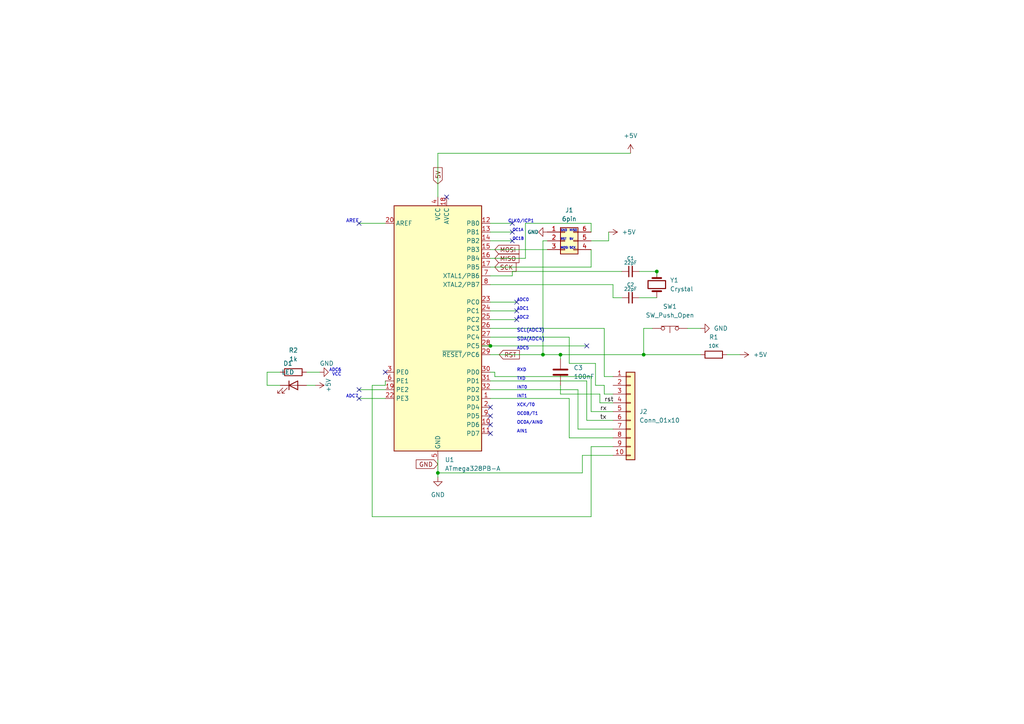
<source format=kicad_sch>
(kicad_sch (version 20230121) (generator eeschema)
  (paper "A4")
  (lib_symbols
    (symbol "Connector_Generic:Conn_01x10" (pin_names (offset 1.016) hide)
      (property "Reference" "J" (at 0 12.7 0))
      (property "Value" "Conn_01x10" (at 0 -15.24 0))
      (symbol "Conn_01x10_1_1"
        (rectangle (start -1.27 -12.573) (end 0 -12.827) (stroke (width 0.1524)))
        (rectangle (start -1.27 -10.033) (end 0 -10.287) (stroke (width 0.1524)))
        (rectangle (start -1.27 -7.493) (end 0 -7.747) (stroke (width 0.1524)))
        (rectangle (start -1.27 -4.953) (end 0 -5.207) (stroke (width 0.1524)))
        (rectangle (start -1.27 -2.413) (end 0 -2.667) (stroke (width 0.1524)))
        (rectangle (start -1.27 0.127) (end 0 -0.127) (stroke (width 0.1524)))
        (rectangle (start -1.27 2.667) (end 0 2.413) (stroke (width 0.1524)))
        (rectangle (start -1.27 5.207) (end 0 4.953) (stroke (width 0.1524)))
        (rectangle (start -1.27 7.747) (end 0 7.493) (stroke (width 0.1524)))
        (rectangle (start -1.27 10.287) (end 0 10.033) (stroke (width 0.1524)))
        (rectangle (start -1.27 11.43) (end 1.27 -13.97) (stroke (width 0.254)) (fill (type background)))
        (pin passive line (at -5.08 10.16 0) (length 3.81) (name "Pin_1") (number "1"))
        (pin passive line (at -5.08 -12.7 0) (length 3.81) (name "Pin_10") (number "10"))
        (pin passive line (at -5.08 7.62 0) (length 3.81) (name "Pin_2") (number "2"))
        (pin passive line (at -5.08 5.08 0) (length 3.81) (name "Pin_3") (number "3"))
        (pin passive line (at -5.08 2.54 0) (length 3.81) (name "Pin_4") (number "4"))
        (pin passive line (at -5.08 0 0) (length 3.81) (name "Pin_5") (number "5"))
        (pin passive line (at -5.08 -2.54 0) (length 3.81) (name "Pin_6") (number "6"))
        (pin passive line (at -5.08 -5.08 0) (length 3.81) (name "Pin_7") (number "7"))
        (pin passive line (at -5.08 -7.62 0) (length 3.81) (name "Pin_8") (number "8"))
        (pin passive line (at -5.08 -10.16 0) (length 3.81) (name "Pin_9") (number "9"))
      )
    )
    (symbol "Connector_Generic:Conn_02x03_Counter_Clockwise" (pin_names (offset 1.016) hide)
      (property "Reference" "J" (at 1.27 5.08 0))
      (property "Value" "Conn_02x03_Counter_Clockwise" (at 1.27 -5.08 0))
      (symbol "Conn_02x03_Counter_Clockwise_1_1"
        (rectangle (start -1.27 -2.413) (end 0 -2.667) (stroke (width 0.1524)))
        (rectangle (start -1.27 0.127) (end 0 -0.127) (stroke (width 0.1524)))
        (rectangle (start -1.27 2.667) (end 0 2.413) (stroke (width 0.1524)))
        (rectangle (start -1.27 3.81) (end 3.81 -3.81) (stroke (width 0.254)) (fill (type background)))
        (rectangle (start 3.81 -2.413) (end 2.54 -2.667) (stroke (width 0.1524)))
        (rectangle (start 3.81 0.127) (end 2.54 -0.127) (stroke (width 0.1524)))
        (rectangle (start 3.81 2.667) (end 2.54 2.413) (stroke (width 0.1524)))
        (pin passive line (at -5.08 2.54 0) (length 3.81) (name "Pin_1") (number "1"))
        (pin passive line (at -5.08 0 0) (length 3.81) (name "Pin_2") (number "2"))
        (pin passive line (at -5.08 -2.54 0) (length 3.81) (name "Pin_3") (number "3"))
        (pin passive line (at 7.62 -2.54 180) (length 3.81) (name "Pin_4") (number "4"))
        (pin passive line (at 7.62 0 180) (length 3.81) (name "Pin_5") (number "5"))
        (pin passive line (at 7.62 2.54 180) (length 3.81) (name "Pin_6") (number "6"))
      )
    )
    (symbol "Device:C" (pin_numbers hide) (pin_names (offset 0.254))
      (property "Reference" "C" (at 0.635 2.54 0))
      (property "Value" "C" (at 0.635 -2.54 0))
      (symbol "C_0_1"
        (polyline (pts (xy -2.032 -0.762) (xy 2.032 -0.762)) (stroke (width 0.508)))
        (polyline (pts (xy -2.032 0.762) (xy 2.032 0.762)) (stroke (width 0.508)))
      )
      (symbol "C_1_1"
        (pin passive line (at 0 3.81 270) (length 2.794) (name "~") (number "1"))
        (pin passive line (at 0 -3.81 90) (length 2.794) (name "~") (number "2"))
      )
    )
    (symbol "Device:C_Small" (pin_numbers hide) (pin_names (offset 0.254) hide)
      (property "Reference" "C" (at 0.254 1.778 0))
      (property "Value" "C_Small" (at 0.254 -2.032 0))
      (symbol "C_Small_0_1"
        (polyline (pts (xy -1.524 -0.508) (xy 1.524 -0.508)) (stroke (width 0.3302)))
        (polyline (pts (xy -1.524 0.508) (xy 1.524 0.508)) (stroke (width 0.3048)))
      )
      (symbol "C_Small_1_1"
        (pin passive line (at 0 2.54 270) (length 2.032) (name "~") (number "1"))
        (pin passive line (at 0 -2.54 90) (length 2.032) (name "~") (number "2"))
      )
    )
    (symbol "Device:Crystal" (pin_numbers hide) (pin_names (offset 1.016) hide)
      (property "Reference" "Y" (at 0 3.81 0))
      (property "Value" "Crystal" (at 0 -3.81 0))
      (symbol "Crystal_0_1"
        (rectangle (start -1.143 2.54) (end 1.143 -2.54) (stroke (width 0.3048)))
        (polyline (pts (xy -2.54 0) (xy -1.905 0)))
        (polyline (pts (xy -1.905 -1.27) (xy -1.905 1.27)) (stroke (width 0.508)))
        (polyline (pts (xy 1.905 -1.27) (xy 1.905 1.27)) (stroke (width 0.508)))
        (polyline (pts (xy 2.54 0) (xy 1.905 0)))
      )
      (symbol "Crystal_1_1"
        (pin passive line (at -3.81 0 0) (length 1.27) (name "1") (number "1"))
        (pin passive line (at 3.81 0 180) (length 1.27) (name "2") (number "2"))
      )
    )
    (symbol "Device:LED" (pin_numbers hide) (pin_names (offset 1.016) hide)
      (property "Reference" "D" (at 0 2.54 0))
      (property "Value" "LED" (at 0 -2.54 0))
      (symbol "LED_0_1"
        (polyline (pts (xy -1.27 -1.27) (xy -1.27 1.27)) (stroke (width 0.254)))
        (polyline (pts (xy -1.27 0) (xy 1.27 0)))
        (polyline (pts (xy 1.27 -1.27) (xy 1.27 1.27) (xy -1.27 0) (xy 1.27 -1.27)) (stroke (width 0.254)))
        (polyline (pts (xy -3.048 -0.762) (xy -4.572 -2.286) (xy -3.81 -2.286) (xy -4.572 -2.286) (xy -4.572 -1.524)))
        (polyline (pts (xy -1.778 -0.762) (xy -3.302 -2.286) (xy -2.54 -2.286) (xy -3.302 -2.286) (xy -3.302 -1.524)))
      )
      (symbol "LED_1_1"
        (pin passive line (at -3.81 0 0) (length 2.54) (name "K") (number "1"))
        (pin passive line (at 3.81 0 180) (length 2.54) (name "A") (number "2"))
      )
    )
    (symbol "Device:R" (pin_numbers hide) (pin_names (offset 0))
      (property "Reference" "R" (at 2.032 0 90))
      (property "Value" "R" (at 0 0 90))
      (symbol "R_0_1"
        (rectangle (start -1.016 -2.54) (end 1.016 2.54) (stroke (width 0.254)))
      )
      (symbol "R_1_1"
        (pin passive line (at 0 3.81 270) (length 1.27) (name "~") (number "1"))
        (pin passive line (at 0 -3.81 90) (length 1.27) (name "~") (number "2"))
      )
    )
    (symbol "MCU_Microchip_ATmega:ATmega328PB-A"
      (property "Reference" "U" (at -12.7 36.83 0))
      (property "Value" "ATmega328PB-A" (at 2.54 -36.83 0))
      (symbol "ATmega328PB-A_0_1"
        (rectangle (start -12.7 -35.56) (end 12.7 35.56) (stroke (width 0.254)) (fill (type background)))
      )
      (symbol "ATmega328PB-A_1_1"
        (pin bidirectional line (at 15.24 -20.32 180) (length 2.54) (name "PD3") (number "1"))
        (pin bidirectional line (at 15.24 -27.94 180) (length 2.54) (name "PD6") (number "10"))
        (pin bidirectional line (at 15.24 -30.48 180) (length 2.54) (name "PD7") (number "11"))
        (pin bidirectional line (at 15.24 30.48 180) (length 2.54) (name "PB0") (number "12"))
        (pin bidirectional line (at 15.24 27.94 180) (length 2.54) (name "PB1") (number "13"))
        (pin bidirectional line (at 15.24 25.4 180) (length 2.54) (name "PB2") (number "14"))
        (pin bidirectional line (at 15.24 22.86 180) (length 2.54) (name "PB3") (number "15"))
        (pin bidirectional line (at 15.24 20.32 180) (length 2.54) (name "PB4") (number "16"))
        (pin bidirectional line (at 15.24 17.78 180) (length 2.54) (name "PB5") (number "17"))
        (pin power_in line (at 2.54 38.1 270) (length 2.54) (name "AVCC") (number "18"))
        (pin bidirectional line (at -15.24 -17.78 0) (length 2.54) (name "PE2") (number "19"))
        (pin bidirectional line (at 15.24 -22.86 180) (length 2.54) (name "PD4") (number "2"))
        (pin passive line (at -15.24 30.48 0) (length 2.54) (name "AREF") (number "20"))
        (pin passive line (at 0 -38.1 90) (length 2.54) hide (name "GND") (number "21"))
        (pin bidirectional line (at -15.24 -20.32 0) (length 2.54) (name "PE3") (number "22"))
        (pin bidirectional line (at 15.24 7.62 180) (length 2.54) (name "PC0") (number "23"))
        (pin bidirectional line (at 15.24 5.08 180) (length 2.54) (name "PC1") (number "24"))
        (pin bidirectional line (at 15.24 2.54 180) (length 2.54) (name "PC2") (number "25"))
        (pin bidirectional line (at 15.24 0 180) (length 2.54) (name "PC3") (number "26"))
        (pin bidirectional line (at 15.24 -2.54 180) (length 2.54) (name "PC4") (number "27"))
        (pin bidirectional line (at 15.24 -5.08 180) (length 2.54) (name "PC5") (number "28"))
        (pin bidirectional line (at 15.24 -7.62 180) (length 2.54) (name "~{RESET}/PC6") (number "29"))
        (pin bidirectional line (at -15.24 -12.7 0) (length 2.54) (name "PE0") (number "3"))
        (pin bidirectional line (at 15.24 -12.7 180) (length 2.54) (name "PD0") (number "30"))
        (pin bidirectional line (at 15.24 -15.24 180) (length 2.54) (name "PD1") (number "31"))
        (pin bidirectional line (at 15.24 -17.78 180) (length 2.54) (name "PD2") (number "32"))
        (pin power_in line (at 0 38.1 270) (length 2.54) (name "VCC") (number "4"))
        (pin power_in line (at 0 -38.1 90) (length 2.54) (name "GND") (number "5"))
        (pin bidirectional line (at -15.24 -15.24 0) (length 2.54) (name "PE1") (number "6"))
        (pin bidirectional line (at 15.24 15.24 180) (length 2.54) (name "XTAL1/PB6") (number "7"))
        (pin bidirectional line (at 15.24 12.7 180) (length 2.54) (name "XTAL2/PB7") (number "8"))
        (pin bidirectional line (at 15.24 -25.4 180) (length 2.54) (name "PD5") (number "9"))
      )
    )
    (symbol "Switch:SW_Push_Open" (pin_numbers hide) (pin_names (offset 1.016) hide)
      (property "Reference" "SW" (at 0 2.54 0))
      (property "Value" "SW_Push_Open" (at 0 -1.905 0))
      (symbol "SW_Push_Open_0_1"
        (circle (center -2.032 0) (radius 0.508))
        (polyline (pts (xy -2.54 -0.635) (xy 2.54 -0.635)))
        (polyline (pts (xy 0 -0.635) (xy 0 1.27)))
        (circle (center 2.032 0) (radius 0.508))
        (pin passive line (at -5.08 0 0) (length 2.54) (name "A") (number "1"))
      )
      (symbol "SW_Push_Open_1_1"
        (pin passive line (at 5.08 0 180) (length 2.54) (name "B") (number "2"))
      )
    )
    (symbol "power:+5V" (power) (pin_names (offset 0))
      (property "Value" "+5V" (at 0 3.556 0))
      (symbol "+5V_0_1"
        (polyline (pts (xy -0.762 1.27) (xy 0 2.54)))
        (polyline (pts (xy 0 0) (xy 0 2.54)))
        (polyline (pts (xy 0 2.54) (xy 0.762 1.27)))
      )
      (symbol "+5V_1_1"
        (pin power_in line (at 0 0 90) (length 0) hide (name "+5V") (number "1"))
      )
    )
    (symbol "power:GND" (power) (pin_names (offset 0))
      (property "Value" "GND" (at 0 -3.81 0))
      (symbol "GND_0_1"
        (polyline (pts (xy 0 0) (xy 0 -1.27) (xy 1.27 -1.27) (xy 0 -2.54) (xy -1.27 -1.27) (xy 0 -1.27)))
      )
      (symbol "GND_1_1"
        (pin power_in line (at 0 0 270) (length 0) hide (name "GND") (number "1"))
      )
    )
  )
  (junction (at 127 137.16))
  (junction (at 157.48 102.87))
  (junction (at 142.24 100.33))
  (junction (at 186.69 102.87))
  (junction (at 190.5 78.74))
  (junction (at 162.56 102.87))
  (no_connect (at 104.14 115.57))
  (no_connect (at 142.24 123.19))
  (no_connect (at 170.18 100.33))
  (no_connect (at 149.86 90.17))
  (no_connect (at 149.86 92.71))
  (no_connect (at 148.59 64.77))
  (no_connect (at 148.59 67.31))
  (no_connect (at 111.76 107.95))
  (no_connect (at 142.24 125.73))
  (no_connect (at 129.54 57.15))
  (no_connect (at 104.14 113.03))
  (no_connect (at 104.14 64.77))
  (no_connect (at 142.24 118.11))
  (no_connect (at 142.24 120.65))
  (no_connect (at 149.86 87.63))
  (no_connect (at 148.59 69.85))
  (wire (pts (xy 177.8 82.55) (xy 177.8 86.36)))
  (wire (pts (xy 152.4 64.77) (xy 171.45 64.77)))
  (wire (pts (xy 210.82 102.87) (xy 214.63 102.87)))
  (wire (pts (xy 143.51 109.22) (xy 171.45 109.22)))
  (wire (pts (xy 171.45 72.39) (xy 171.45 77.47)))
  (wire (pts (xy 175.26 95.25) (xy 175.26 109.22)))
  (wire (pts (xy 107.95 149.86) (xy 171.45 149.86)))
  (wire (pts (xy 88.9 111.76) (xy 91.44 111.76)))
  (wire (pts (xy 168.91 132.08) (xy 177.8 132.08)))
  (wire (pts (xy 142.24 115.57) (xy 165.1 115.57)))
  (wire (pts (xy 142.24 92.71) (xy 149.86 92.71)))
  (wire (pts (xy 139.7 100.33) (xy 142.24 100.33)))
  (wire (pts (xy 175.26 114.3) (xy 177.8 114.3)))
  (wire (pts (xy 127 44.45) (xy 127 57.15)))
  (wire (pts (xy 189.23 95.25) (xy 186.69 95.25)))
  (wire (pts (xy 171.45 109.22) (xy 171.45 119.38)))
  (wire (pts (xy 186.69 102.87) (xy 203.2 102.87)))
  (wire (pts (xy 168.91 137.16) (xy 168.91 132.08)))
  (wire (pts (xy 143.51 107.95) (xy 143.51 109.22)))
  (wire (pts (xy 171.45 119.38) (xy 177.8 119.38)))
  (wire (pts (xy 162.56 102.87) (xy 186.69 102.87)))
  (wire (pts (xy 158.75 69.85) (xy 157.48 69.85)))
  (wire (pts (xy 180.34 78.74) (xy 148.59 78.74)))
  (wire (pts (xy 185.42 86.36) (xy 190.5 86.36)))
  (wire (pts (xy 127 137.16) (xy 168.91 137.16)))
  (wire (pts (xy 142.24 97.79) (xy 165.1 97.79)))
  (wire (pts (xy 142.24 87.63) (xy 149.86 87.63)))
  (wire (pts (xy 142.24 113.03) (xy 167.64 113.03)))
  (wire (pts (xy 170.18 121.92) (xy 177.8 121.92)))
  (wire (pts (xy 185.42 78.74) (xy 190.5 78.74)))
  (wire (pts (xy 107.95 111.76) (xy 107.95 149.86)))
  (wire (pts (xy 171.45 64.77) (xy 171.45 67.31)))
  (wire (pts (xy 148.59 80.01) (xy 142.24 80.01)))
  (wire (pts (xy 170.18 110.49) (xy 170.18 121.92)))
  (wire (pts (xy 199.39 95.25) (xy 203.2 95.25)))
  (wire (pts (xy 167.64 113.03) (xy 167.64 124.46)))
  (wire (pts (xy 152.4 74.93) (xy 142.24 74.93)))
  (wire (pts (xy 142.24 110.49) (xy 170.18 110.49)))
  (wire (pts (xy 190.5 78.74) (xy 190.5 80.01)))
  (wire (pts (xy 175.26 111.76) (xy 175.26 114.3)))
  (wire (pts (xy 104.14 115.57) (xy 111.76 115.57)))
  (wire (pts (xy 104.14 64.77) (xy 111.76 64.77)))
  (wire (pts (xy 173.99 116.84) (xy 177.8 116.84)))
  (wire (pts (xy 142.24 67.31) (xy 148.59 67.31)))
  (wire (pts (xy 111.76 110.49) (xy 111.76 111.76)))
  (wire (pts (xy 142.24 90.17) (xy 149.86 90.17)))
  (wire (pts (xy 162.56 111.76) (xy 162.56 114.3)))
  (wire (pts (xy 157.48 102.87) (xy 162.56 102.87)))
  (wire (pts (xy 111.76 111.76) (xy 107.95 111.76)))
  (wire (pts (xy 142.24 82.55) (xy 177.8 82.55)))
  (wire (pts (xy 173.99 114.3) (xy 173.99 116.84)))
  (wire (pts (xy 88.9 107.95) (xy 92.71 107.95)))
  (wire (pts (xy 127 44.45) (xy 182.88 44.45)))
  (wire (pts (xy 165.1 127) (xy 177.8 127)))
  (wire (pts (xy 171.45 69.85) (xy 176.53 69.85)))
  (wire (pts (xy 162.56 102.87) (xy 162.56 104.14)))
  (wire (pts (xy 142.24 107.95) (xy 143.51 107.95)))
  (wire (pts (xy 127 133.35) (xy 127 137.16)))
  (wire (pts (xy 148.59 78.74) (xy 148.59 80.01)))
  (wire (pts (xy 142.24 72.39) (xy 158.75 72.39)))
  (wire (pts (xy 175.26 109.22) (xy 177.8 109.22)))
  (wire (pts (xy 171.45 129.54) (xy 171.45 149.86)))
  (wire (pts (xy 177.8 86.36) (xy 180.34 86.36)))
  (wire (pts (xy 142.24 69.85) (xy 148.59 69.85)))
  (wire (pts (xy 157.48 69.85) (xy 157.48 102.87)))
  (wire (pts (xy 167.64 124.46) (xy 177.8 124.46)))
  (wire (pts (xy 162.56 114.3) (xy 173.99 114.3)))
  (wire (pts (xy 171.45 129.54) (xy 177.8 129.54)))
  (wire (pts (xy 77.47 111.76) (xy 77.47 107.95)))
  (wire (pts (xy 172.72 111.76) (xy 175.26 111.76)))
  (wire (pts (xy 81.28 111.76) (xy 77.47 111.76)))
  (wire (pts (xy 104.14 113.03) (xy 111.76 113.03)))
  (wire (pts (xy 172.72 105.41) (xy 172.72 111.76)))
  (wire (pts (xy 165.1 97.79) (xy 165.1 105.41)))
  (wire (pts (xy 142.24 95.25) (xy 175.26 95.25)))
  (wire (pts (xy 176.53 69.85) (xy 176.53 67.31)))
  (wire (pts (xy 77.47 107.95) (xy 81.28 107.95)))
  (wire (pts (xy 186.69 95.25) (xy 186.69 102.87)))
  (wire (pts (xy 165.1 105.41) (xy 172.72 105.41)))
  (wire (pts (xy 142.24 77.47) (xy 171.45 77.47)))
  (wire (pts (xy 142.24 100.33) (xy 170.18 100.33)))
  (wire (pts (xy 152.4 64.77) (xy 152.4 74.93)))
  (wire (pts (xy 142.24 64.77) (xy 148.59 64.77)))
  (wire (pts (xy 127 137.16) (xy 127 138.43)))
  (wire (pts (xy 142.24 102.87) (xy 157.48 102.87)))
  (wire (pts (xy 165.1 115.57) (xy 165.1 127)))
  (text "OC1A" (at 148.59 67.31 0) (effects (font (size 0.8 0.8)) (justify left bottom)))
  (text "GND" (at 162.56 67.31 0) (effects (font (size 0.6 0.6)) (justify left bottom)))
  (text "SDA(ADC4)" (at 149.86 99.06 0) (effects (font (size 1 1)) (justify left bottom)))
  (text "ADC2" (at 149.86 92.71 0) (effects (font (size 0.9 0.9)) (justify left bottom)))
  (text "ADC5" (at 149.86 101.6 0) (effects (font (size 0.9 0.9)) (justify left bottom)))
  (text "VCC" (at 99.06 109.22 0) (effects (font (size 0.9 0.9)) (justify right bottom)))
  (text "SCL(ADC3)" (at 149.86 96.52 0) (effects (font (size 1 1)) (justify left bottom)))
  (text "ADC7" (at 100.33 115.57 0) (effects (font (size 0.9 0.9)) (justify left bottom)))
  (text "RXD" (at 149.86 107.95 0) (effects (font (size 0.9 0.9)) (justify left bottom)))
  (text "ADC6" (at 99.06 107.95 0) (effects (font (size 0.9 0.9)) (justify right bottom)))
  (text "MISO" (at 165.1 67.31 0) (effects (font (size 0.6 0.6)) (justify left bottom)))
  (text "CLK0/ICP1" (at 147.32 64.77 0) (effects (font (size 0.9 0.9)) (justify left bottom)))
  (text "INT0" (at 149.86 113.03 0) (effects (font (size 0.9 0.9)) (justify left bottom)))
  (text "ADC0" (at 149.86 87.63 0) (effects (font (size 0.9 0.9)) (justify left bottom)))
  (text "OC0A/AIN0" (at 149.86 123.19 0) (effects (font (size 0.9 0.9)) (justify left bottom)))
  (text "SCK" (at 165.1 72.39 0) (effects (font (size 0.6 0.6)) (justify left bottom)))
  (text "MOSI" (at 162.56 72.39 0) (effects (font (size 0.6 0.6)) (justify left bottom)))
  (text "AREF" (at 100.33 64.77 0) (effects (font (size 1 1)) (justify left bottom)))
  (text "INT1" (at 149.86 115.57 0) (effects (font (size 0.9 0.9)) (justify left bottom)))
  (text "OC0B/T1" (at 149.86 120.65 0) (effects (font (size 0.9 0.9)) (justify left bottom)))
  (text "OC1B" (at 148.59 69.85 0) (effects (font (size 0.8 0.8)) (justify left bottom)))
  (text "5V" (at 165.1 69.85 0) (effects (font (size 0.6 0.6)) (justify left bottom)))
  (text "RST" (at 162.56 69.85 0) (effects (font (size 0.6 0.6)) (justify left bottom)))
  (text "AIN1" (at 149.86 125.73 0) (effects (font (size 0.9 0.9)) (justify left bottom)))
  (text "XCK/T0" (at 149.86 118.11 0) (effects (font (size 0.9 0.9)) (justify left bottom)))
  (text "ADC1" (at 149.86 90.17 0) (effects (font (size 0.9 0.9)) (justify left bottom)))
  (text "TXD" (at 149.86 110.49 0) (effects (font (size 0.9 0.9)) (justify left bottom)))
  (label "rx" (at 173.99 119.38 0))
  (label "tx" (at 173.99 121.92 0))
  (label "rst" (at 175.26 116.84 0))
  (global_label "RST" (shape input) (at 144.78 102.87 0) (property "Intersheetrefs" "${INTERSHEET_REFS}" (effects hide)))
  (global_label "MOSI" (shape input) (at 143.51 72.39 0) (property "Intersheetrefs" "${INTERSHEET_REFS}" (effects hide)))
  (global_label "SCK" (shape input) (at 143.51 77.47 0) (property "Intersheetrefs" "${INTERSHEET_REFS}" (effects hide)))
  (global_label "MISO" (shape input) (at 143.51 74.93 0) (property "Intersheetrefs" "${INTERSHEET_REFS}" (effects hide)))
  (global_label "5V" (shape input) (at 127 53.34 90) (property "Intersheetrefs" "${INTERSHEET_REFS}" (effects hide)))
  (global_label "GND" (shape input) (at 127 134.62 180) (property "Intersheetrefs" "${INTERSHEET_REFS}" (effects hide)))
  (symbol (lib_id "Device:C") (at 162.56 107.95 0) (unit 1)
    (property "Reference" "C3" (at 166.37 106.6799 0) (effects (justify left)))
    (property "Value" "100nF" (at 166.37 109.2199 0) (effects (justify left)))
    (property "Footprint" "Capacitor_THT:C_Disc_D3.0mm_W1.6mm_P2.50mm" (effects hide))
  )
  (symbol (lib_id "Device:LED") (at 85.09 111.76 0) (unit 1)
    (property "Reference" "D1" (at 83.5025 105.41 0))
    (property "Value" "LED" (at 83.5025 107.95 0))
    (property "Footprint" "LED_THT:LED_D5.0mm" (effects hide))
  )
  (symbol (lib_id "Connector_Generic:Conn_01x10") (at 182.88 119.38 0) (unit 1)
    (property "Reference" "J2" (at 185.42 119.3799 0) (effects (justify left)))
    (property "Value" "Conn_01x10" (at 185.42 121.9199 0) (effects (justify left)))
    (property "Footprint" "Connector_PinHeader_2.54mm:PinHeader_1x10_P2.54mm_Vertical" (effects hide))
  )
  (symbol (lib_id "Device:C_Small") (at 182.88 78.74 90) (unit 1)
    (property "Reference" "C1" (at 182.88 74.93 90) (effects (font (size 1 1))))
    (property "Value" "22pF" (at 182.88 76.2 90) (effects (font (size 1 1))))
    (property "Footprint" "Capacitor_THT:C_Disc_D3.0mm_W1.6mm_P2.50mm" (effects hide))
  )
  (symbol (lib_id "Switch:SW_Push_Open") (at 194.31 95.25 180) (unit 1)
    (property "Reference" "SW1" (at 194.31 88.9 0))
    (property "Value" "SW_Push_Open" (at 194.31 91.44 0))
    (property "Footprint" "Button_Switch_THT:SW_PUSH_6mm" (effects hide))
  )
  (symbol (lib_id "Connector_Generic:Conn_02x03_Counter_Clockwise") (at 163.83 69.85 0) (unit 1)
    (property "Reference" "J1" (at 165.1 60.96 0))
    (property "Value" "6pin" (at 165.1 63.5 0))
    (property "Footprint" "Connector_PinHeader_2.54mm:PinHeader_2x03_P2.54mm_Vertical" (effects hide))
  )
  (symbol (lib_id "power:+5V") (at 182.88 44.45 0) (unit 1)
    (property "Reference" "#PWR0108" (effects hide))
    (property "Value" "+5V" (at 182.88 39.37 0))
  )
  (symbol (lib_id "power:GND") (at 127 138.43 0) (unit 1)
    (property "Reference" "#PWR0104" (effects hide))
    (property "Value" "GND" (at 127 143.51 0))
  )
  (symbol (lib_id "Device:C_Small") (at 182.88 86.36 90) (unit 1)
    (property "Reference" "C2" (at 182.88 82.55 90) (effects (font (size 1 1))))
    (property "Value" "22pF" (at 182.88 83.82 90) (effects (font (size 1 1))))
    (property "Footprint" "Capacitor_THT:C_Disc_D3.0mm_W1.6mm_P2.50mm" (effects hide))
  )
  (symbol (lib_id "MCU_Microchip_ATmega:ATmega328PB-A") (at 127 95.25 0) (unit 1)
    (property "Reference" "U1" (at 129.0194 133.35 0) (effects (justify left)))
    (property "Value" "ATmega328PB-A" (at 129.0194 135.89 0) (effects (justify left)))
    (property "Footprint" "Package_QFP:TQFP-32_7x7mm_P0.8mm" (effects hide))
    (property "Datasheet" "http://ww1.microchip.com/downloads/en/DeviceDoc/40001906C.pdf" (effects hide))
  )
  (symbol (lib_id "power:+5V") (at 91.44 111.76 270) (unit 1)
    (property "Reference" "#PWR0106" (effects hide))
    (property "Value" "+5V" (at 95.25 111.76 0))
  )
  (symbol (lib_id "Device:R") (at 85.09 107.95 90) (unit 1)
    (property "Reference" "R2" (at 85.09 101.6 90))
    (property "Value" "1k" (at 85.09 104.14 90))
    (property "Footprint" "Resistor_THT:R_Axial_DIN0204_L3.6mm_D1.6mm_P1.90mm_Vertical" (effects hide))
  )
  (symbol (lib_id "power:GND") (at 158.75 67.31 270) (unit 1)
    (property "Reference" "#PWR0102" (effects hide))
    (property "Value" "GND" (at 156.21 67.31 90) (effects (font (size 1 1)) (justify right)))
  )
  (symbol (lib_id "Device:R") (at 207.01 102.87 90) (unit 1)
    (property "Reference" "R1" (at 207.01 97.79 90))
    (property "Value" "10K" (at 207.01 100.33 90) (effects (font (size 1 1))))
    (property "Footprint" "Resistor_THT:R_Axial_DIN0204_L3.6mm_D1.6mm_P1.90mm_Vertical" (effects hide))
  )
  (symbol (lib_id "power:GND") (at 92.71 107.95 90) (unit 1)
    (property "Reference" "#PWR0107" (effects hide))
    (property "Value" "GND" (at 92.71 105.41 90) (effects (justify right)))
  )
  (symbol (lib_id "Device:Crystal") (at 190.5 82.55 90) (unit 1)
    (property "Reference" "Y1" (at 194.31 81.2799 90) (effects (justify right)))
    (property "Value" "Crystal" (at 194.31 83.8199 90) (effects (justify right)))
    (property "Footprint" "Crystal:Crystal_HC49-4H_Vertical" (effects hide))
  )
  (symbol (lib_id "power:+5V") (at 176.53 67.31 270) (unit 1)
    (property "Reference" "#PWR0103" (effects hide))
    (property "Value" "+5V" (at 180.34 67.3099 90) (effects (justify left)))
  )
  (symbol (lib_id "power:+5V") (at 214.63 102.87 270) (unit 1)
    (property "Reference" "#PWR0101" (effects hide))
    (property "Value" "+5V" (at 218.44 102.8699 90) (effects (justify left)))
  )
  (symbol (lib_id "power:GND") (at 203.2 95.25 90) (unit 1)
    (property "Reference" "#PWR0105" (effects hide))
    (property "Value" "GND" (at 207.01 95.2499 90) (effects (justify right)))
  )
)
</source>
